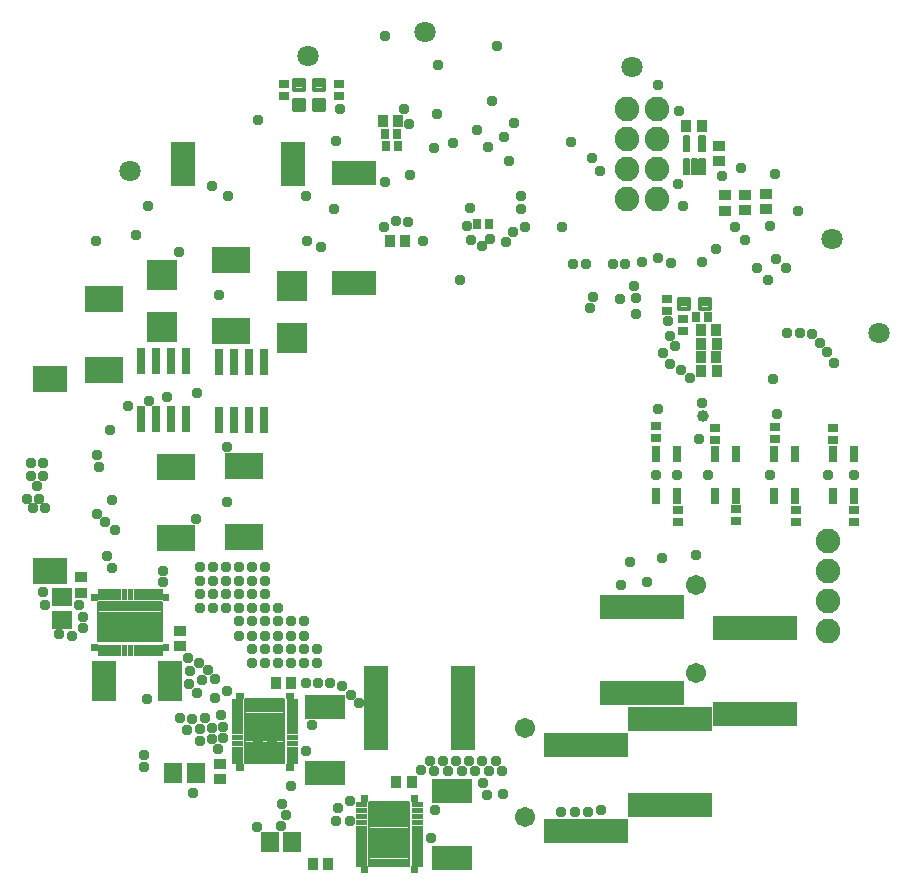
<source format=gbr>
G04 EAGLE Gerber X2 export*
%TF.Part,Single*%
%TF.FileFunction,Soldermask,Top,1*%
%TF.FilePolarity,Negative*%
%TF.GenerationSoftware,Autodesk,EAGLE,8.6.0*%
%TF.CreationDate,2018-04-20T19:50:09Z*%
G75*
%MOMM*%
%FSLAX34Y34*%
%LPD*%
%AMOC8*
5,1,8,0,0,1.08239X$1,22.5*%
G01*
%ADD10C,1.803200*%
%ADD11R,0.762000X2.184400*%
%ADD12R,3.203200X2.203200*%
%ADD13R,0.903200X1.103200*%
%ADD14R,1.103200X0.903200*%
%ADD15R,2.603200X2.603200*%
%ADD16C,0.360959*%
%ADD17R,0.803200X1.403200*%
%ADD18R,0.903200X0.803200*%
%ADD19R,3.403200X2.003200*%
%ADD20R,0.803200X0.903200*%
%ADD21R,1.503200X1.703200*%
%ADD22R,1.703200X1.503200*%
%ADD23R,2.003200X3.403200*%
%ADD24R,3.803200X2.003200*%
%ADD25R,2.003200X3.803200*%
%ADD26C,0.175159*%
%ADD27C,0.067978*%
%ADD28C,0.086728*%
%ADD29C,1.711200*%
%ADD30R,3.003200X2.303200*%
%ADD31C,0.150800*%
%ADD32C,2.082800*%
%ADD33R,2.003200X7.103200*%
%ADD34R,7.103200X2.003200*%
%ADD35C,0.959600*%
%ADD36C,1.009600*%


D10*
X897000Y642000D03*
X857000Y722000D03*
X688000Y867000D03*
X513000Y897000D03*
X263000Y779000D03*
X414000Y877000D03*
D11*
X376738Y617668D03*
X364038Y617668D03*
X351338Y617668D03*
X338638Y617668D03*
X338638Y568392D03*
X351338Y568392D03*
X364038Y568392D03*
X376738Y568392D03*
X310356Y618844D03*
X297656Y618844D03*
X284956Y618844D03*
X272256Y618844D03*
X272256Y569568D03*
X284956Y569568D03*
X297656Y569568D03*
X310356Y569568D03*
D12*
X240678Y670802D03*
X240678Y610802D03*
D13*
X759200Y644700D03*
X746200Y644700D03*
X430900Y192200D03*
X417900Y192200D03*
D14*
X338800Y277400D03*
X338800Y264400D03*
D13*
X490200Y821700D03*
X477200Y821700D03*
D12*
X301964Y528610D03*
X301964Y468610D03*
D13*
X495800Y720200D03*
X482800Y720200D03*
D12*
X348080Y703808D03*
X348080Y643808D03*
D13*
X746800Y817200D03*
X733800Y817200D03*
D14*
X221300Y435300D03*
X221300Y422300D03*
X761700Y787800D03*
X761700Y800800D03*
D13*
X746676Y632902D03*
X759676Y632902D03*
X746422Y621518D03*
X759422Y621518D03*
D12*
X359696Y529452D03*
X359696Y469452D03*
D13*
X746676Y610150D03*
X759676Y610150D03*
D14*
X783966Y745952D03*
X783966Y758952D03*
X766550Y745870D03*
X766550Y758870D03*
X801036Y746766D03*
X801036Y759766D03*
D13*
X386228Y345904D03*
X399228Y345904D03*
D14*
X305116Y390040D03*
X305116Y377040D03*
D13*
X488472Y261936D03*
X501472Y261936D03*
D15*
X290270Y647258D03*
X290270Y691258D03*
X400208Y637718D03*
X400208Y681718D03*
D16*
X736141Y671111D02*
X736141Y662689D01*
X727719Y662689D01*
X727719Y671111D01*
X736141Y671111D01*
X736141Y666298D02*
X727719Y666298D01*
X727719Y669907D02*
X736141Y669907D01*
X753681Y671111D02*
X753681Y662689D01*
X745259Y662689D01*
X745259Y671111D01*
X753681Y671111D01*
X753681Y666298D02*
X745259Y666298D01*
X745259Y669907D02*
X753681Y669907D01*
D17*
X726000Y504000D03*
X726000Y540000D03*
X708000Y540000D03*
X708000Y504000D03*
X776000Y504000D03*
X776000Y540000D03*
X758000Y540000D03*
X758000Y504000D03*
X826000Y504000D03*
X826000Y540000D03*
X808000Y540000D03*
X808000Y504000D03*
X876000Y504000D03*
X876000Y540000D03*
X858000Y540000D03*
X858000Y504000D03*
D18*
X730800Y654200D03*
X730800Y644200D03*
D19*
X427628Y325240D03*
X427628Y269240D03*
X535644Y254016D03*
X535644Y198016D03*
D20*
X479400Y800300D03*
X489400Y800300D03*
D18*
X875650Y492170D03*
X875650Y482170D03*
X858050Y551470D03*
X858050Y561470D03*
D20*
X566700Y734400D03*
X556700Y734400D03*
D18*
X827150Y492170D03*
X827150Y482170D03*
X808850Y552670D03*
X808850Y562670D03*
X775654Y492910D03*
X775654Y482910D03*
X758350Y551870D03*
X758350Y561870D03*
X726546Y492186D03*
X726546Y482186D03*
X708550Y553470D03*
X708550Y563470D03*
D21*
X381008Y211622D03*
X400008Y211622D03*
X299690Y269954D03*
X318690Y269954D03*
D22*
X205418Y399384D03*
X205418Y418384D03*
D20*
X742000Y655500D03*
X752000Y655500D03*
D18*
X717200Y660700D03*
X717200Y670700D03*
D23*
X296688Y347150D03*
X240688Y347150D03*
D24*
X452582Y684612D03*
X452582Y777612D03*
D25*
X400814Y785508D03*
X307814Y785508D03*
D26*
X465432Y191092D02*
X498712Y191092D01*
X465432Y191092D02*
X465432Y245372D01*
X498712Y245372D01*
X498712Y191092D01*
X498712Y192843D02*
X465432Y192843D01*
X465432Y194594D02*
X498712Y194594D01*
X498712Y196345D02*
X465432Y196345D01*
X465432Y198096D02*
X498712Y198096D01*
X498712Y199847D02*
X465432Y199847D01*
X465432Y201598D02*
X498712Y201598D01*
X498712Y203349D02*
X465432Y203349D01*
X465432Y205100D02*
X498712Y205100D01*
X498712Y206851D02*
X465432Y206851D01*
X465432Y208602D02*
X498712Y208602D01*
X498712Y210353D02*
X465432Y210353D01*
X465432Y212104D02*
X498712Y212104D01*
X498712Y213855D02*
X465432Y213855D01*
X465432Y215606D02*
X498712Y215606D01*
X498712Y217357D02*
X465432Y217357D01*
X465432Y219108D02*
X498712Y219108D01*
X498712Y220859D02*
X465432Y220859D01*
X465432Y222610D02*
X498712Y222610D01*
X498712Y224361D02*
X465432Y224361D01*
X465432Y226112D02*
X498712Y226112D01*
X498712Y227863D02*
X465432Y227863D01*
X465432Y229614D02*
X498712Y229614D01*
X498712Y231365D02*
X465432Y231365D01*
X465432Y233116D02*
X498712Y233116D01*
X498712Y234867D02*
X465432Y234867D01*
X465432Y236618D02*
X498712Y236618D01*
X498712Y238369D02*
X465432Y238369D01*
X465432Y240120D02*
X498712Y240120D01*
X498712Y241871D02*
X465432Y241871D01*
X465432Y243622D02*
X498712Y243622D01*
D27*
X462748Y245158D02*
X462748Y241306D01*
X454396Y241306D01*
X454396Y245158D01*
X462748Y245158D01*
X462748Y241985D02*
X454396Y241985D01*
X454396Y242664D02*
X462748Y242664D01*
X462748Y243343D02*
X454396Y243343D01*
X454396Y244022D02*
X462748Y244022D01*
X462748Y244701D02*
X454396Y244701D01*
X509748Y245158D02*
X509748Y241306D01*
X501396Y241306D01*
X501396Y245158D01*
X509748Y245158D01*
X509748Y241985D02*
X501396Y241985D01*
X501396Y242664D02*
X509748Y242664D01*
X509748Y243343D02*
X501396Y243343D01*
X501396Y244022D02*
X509748Y244022D01*
X509748Y244701D02*
X501396Y244701D01*
X462748Y240158D02*
X462748Y236306D01*
X454396Y236306D01*
X454396Y240158D01*
X462748Y240158D01*
X462748Y236985D02*
X454396Y236985D01*
X454396Y237664D02*
X462748Y237664D01*
X462748Y238343D02*
X454396Y238343D01*
X454396Y239022D02*
X462748Y239022D01*
X462748Y239701D02*
X454396Y239701D01*
X462748Y235158D02*
X462748Y231306D01*
X454396Y231306D01*
X454396Y235158D01*
X462748Y235158D01*
X462748Y231985D02*
X454396Y231985D01*
X454396Y232664D02*
X462748Y232664D01*
X462748Y233343D02*
X454396Y233343D01*
X454396Y234022D02*
X462748Y234022D01*
X462748Y234701D02*
X454396Y234701D01*
X462748Y230158D02*
X462748Y226306D01*
X454396Y226306D01*
X454396Y230158D01*
X462748Y230158D01*
X462748Y226985D02*
X454396Y226985D01*
X454396Y227664D02*
X462748Y227664D01*
X462748Y228343D02*
X454396Y228343D01*
X454396Y229022D02*
X462748Y229022D01*
X462748Y229701D02*
X454396Y229701D01*
X462748Y225158D02*
X462748Y221306D01*
X454396Y221306D01*
X454396Y225158D01*
X462748Y225158D01*
X462748Y221985D02*
X454396Y221985D01*
X454396Y222664D02*
X462748Y222664D01*
X462748Y223343D02*
X454396Y223343D01*
X454396Y224022D02*
X462748Y224022D01*
X462748Y224701D02*
X454396Y224701D01*
X462748Y220158D02*
X462748Y216306D01*
X454396Y216306D01*
X454396Y220158D01*
X462748Y220158D01*
X462748Y216985D02*
X454396Y216985D01*
X454396Y217664D02*
X462748Y217664D01*
X462748Y218343D02*
X454396Y218343D01*
X454396Y219022D02*
X462748Y219022D01*
X462748Y219701D02*
X454396Y219701D01*
X462748Y215158D02*
X462748Y211306D01*
X454396Y211306D01*
X454396Y215158D01*
X462748Y215158D01*
X462748Y211985D02*
X454396Y211985D01*
X454396Y212664D02*
X462748Y212664D01*
X462748Y213343D02*
X454396Y213343D01*
X454396Y214022D02*
X462748Y214022D01*
X462748Y214701D02*
X454396Y214701D01*
X462748Y210158D02*
X462748Y206306D01*
X454396Y206306D01*
X454396Y210158D01*
X462748Y210158D01*
X462748Y206985D02*
X454396Y206985D01*
X454396Y207664D02*
X462748Y207664D01*
X462748Y208343D02*
X454396Y208343D01*
X454396Y209022D02*
X462748Y209022D01*
X462748Y209701D02*
X454396Y209701D01*
X462748Y205158D02*
X462748Y201306D01*
X454396Y201306D01*
X454396Y205158D01*
X462748Y205158D01*
X462748Y201985D02*
X454396Y201985D01*
X454396Y202664D02*
X462748Y202664D01*
X462748Y203343D02*
X454396Y203343D01*
X454396Y204022D02*
X462748Y204022D01*
X462748Y204701D02*
X454396Y204701D01*
X462748Y200158D02*
X462748Y196306D01*
X454396Y196306D01*
X454396Y200158D01*
X462748Y200158D01*
X462748Y196985D02*
X454396Y196985D01*
X454396Y197664D02*
X462748Y197664D01*
X462748Y198343D02*
X454396Y198343D01*
X454396Y199022D02*
X462748Y199022D01*
X462748Y199701D02*
X454396Y199701D01*
X462748Y195158D02*
X462748Y191306D01*
X454396Y191306D01*
X454396Y195158D01*
X462748Y195158D01*
X462748Y191985D02*
X454396Y191985D01*
X454396Y192664D02*
X462748Y192664D01*
X462748Y193343D02*
X454396Y193343D01*
X454396Y194022D02*
X462748Y194022D01*
X462748Y194701D02*
X454396Y194701D01*
X509748Y195158D02*
X509748Y191306D01*
X501396Y191306D01*
X501396Y195158D01*
X509748Y195158D01*
X509748Y191985D02*
X501396Y191985D01*
X501396Y192664D02*
X509748Y192664D01*
X509748Y193343D02*
X501396Y193343D01*
X501396Y194022D02*
X509748Y194022D01*
X509748Y194701D02*
X501396Y194701D01*
X509748Y196306D02*
X509748Y200158D01*
X509748Y196306D02*
X501396Y196306D01*
X501396Y200158D01*
X509748Y200158D01*
X509748Y196985D02*
X501396Y196985D01*
X501396Y197664D02*
X509748Y197664D01*
X509748Y198343D02*
X501396Y198343D01*
X501396Y199022D02*
X509748Y199022D01*
X509748Y199701D02*
X501396Y199701D01*
X509748Y201306D02*
X509748Y205158D01*
X509748Y201306D02*
X501396Y201306D01*
X501396Y205158D01*
X509748Y205158D01*
X509748Y201985D02*
X501396Y201985D01*
X501396Y202664D02*
X509748Y202664D01*
X509748Y203343D02*
X501396Y203343D01*
X501396Y204022D02*
X509748Y204022D01*
X509748Y204701D02*
X501396Y204701D01*
X509748Y206306D02*
X509748Y210158D01*
X509748Y206306D02*
X501396Y206306D01*
X501396Y210158D01*
X509748Y210158D01*
X509748Y206985D02*
X501396Y206985D01*
X501396Y207664D02*
X509748Y207664D01*
X509748Y208343D02*
X501396Y208343D01*
X501396Y209022D02*
X509748Y209022D01*
X509748Y209701D02*
X501396Y209701D01*
X509748Y211306D02*
X509748Y215158D01*
X509748Y211306D02*
X501396Y211306D01*
X501396Y215158D01*
X509748Y215158D01*
X509748Y211985D02*
X501396Y211985D01*
X501396Y212664D02*
X509748Y212664D01*
X509748Y213343D02*
X501396Y213343D01*
X501396Y214022D02*
X509748Y214022D01*
X509748Y214701D02*
X501396Y214701D01*
X509748Y216306D02*
X509748Y220158D01*
X509748Y216306D02*
X501396Y216306D01*
X501396Y220158D01*
X509748Y220158D01*
X509748Y216985D02*
X501396Y216985D01*
X501396Y217664D02*
X509748Y217664D01*
X509748Y218343D02*
X501396Y218343D01*
X501396Y219022D02*
X509748Y219022D01*
X509748Y219701D02*
X501396Y219701D01*
X509748Y221306D02*
X509748Y225158D01*
X509748Y221306D02*
X501396Y221306D01*
X501396Y225158D01*
X509748Y225158D01*
X509748Y221985D02*
X501396Y221985D01*
X501396Y222664D02*
X509748Y222664D01*
X509748Y223343D02*
X501396Y223343D01*
X501396Y224022D02*
X509748Y224022D01*
X509748Y224701D02*
X501396Y224701D01*
X509748Y226306D02*
X509748Y230158D01*
X509748Y226306D02*
X501396Y226306D01*
X501396Y230158D01*
X509748Y230158D01*
X509748Y226985D02*
X501396Y226985D01*
X501396Y227664D02*
X509748Y227664D01*
X509748Y228343D02*
X501396Y228343D01*
X501396Y229022D02*
X509748Y229022D01*
X509748Y229701D02*
X501396Y229701D01*
X509748Y231306D02*
X509748Y235158D01*
X509748Y231306D02*
X501396Y231306D01*
X501396Y235158D01*
X509748Y235158D01*
X509748Y231985D02*
X501396Y231985D01*
X501396Y232664D02*
X509748Y232664D01*
X509748Y233343D02*
X501396Y233343D01*
X501396Y234022D02*
X509748Y234022D01*
X509748Y234701D02*
X501396Y234701D01*
X509748Y236306D02*
X509748Y240158D01*
X509748Y236306D02*
X501396Y236306D01*
X501396Y240158D01*
X509748Y240158D01*
X509748Y236985D02*
X501396Y236985D01*
X501396Y237664D02*
X509748Y237664D01*
X509748Y238343D02*
X501396Y238343D01*
X501396Y239022D02*
X509748Y239022D01*
X509748Y239701D02*
X501396Y239701D01*
D28*
X500489Y245904D02*
X505955Y245904D01*
X500489Y245904D02*
X500489Y250820D01*
X505955Y250820D01*
X505955Y245904D01*
X505955Y246770D02*
X500489Y246770D01*
X500489Y247636D02*
X505955Y247636D01*
X505955Y248502D02*
X500489Y248502D01*
X500489Y249368D02*
X505955Y249368D01*
X505955Y250234D02*
X500489Y250234D01*
X463655Y245904D02*
X458189Y245904D01*
X458189Y250820D01*
X463655Y250820D01*
X463655Y245904D01*
X463655Y246770D02*
X458189Y246770D01*
X458189Y247636D02*
X463655Y247636D01*
X463655Y248502D02*
X458189Y248502D01*
X458189Y249368D02*
X463655Y249368D01*
X463655Y250234D02*
X458189Y250234D01*
X458189Y185644D02*
X463655Y185644D01*
X458189Y185644D02*
X458189Y190560D01*
X463655Y190560D01*
X463655Y185644D01*
X463655Y186510D02*
X458189Y186510D01*
X458189Y187376D02*
X463655Y187376D01*
X463655Y188242D02*
X458189Y188242D01*
X458189Y189108D02*
X463655Y189108D01*
X463655Y189974D02*
X458189Y189974D01*
X500489Y185644D02*
X505955Y185644D01*
X500489Y185644D02*
X500489Y190560D01*
X505955Y190560D01*
X505955Y185644D01*
X505955Y186510D02*
X500489Y186510D01*
X500489Y187376D02*
X505955Y187376D01*
X505955Y188242D02*
X500489Y188242D01*
X500489Y189108D02*
X505955Y189108D01*
X505955Y189974D02*
X500489Y189974D01*
D26*
X393270Y277936D02*
X359990Y277936D01*
X359990Y332216D01*
X393270Y332216D01*
X393270Y277936D01*
X393270Y279687D02*
X359990Y279687D01*
X359990Y281438D02*
X393270Y281438D01*
X393270Y283189D02*
X359990Y283189D01*
X359990Y284940D02*
X393270Y284940D01*
X393270Y286691D02*
X359990Y286691D01*
X359990Y288442D02*
X393270Y288442D01*
X393270Y290193D02*
X359990Y290193D01*
X359990Y291944D02*
X393270Y291944D01*
X393270Y293695D02*
X359990Y293695D01*
X359990Y295446D02*
X393270Y295446D01*
X393270Y297197D02*
X359990Y297197D01*
X359990Y298948D02*
X393270Y298948D01*
X393270Y300699D02*
X359990Y300699D01*
X359990Y302450D02*
X393270Y302450D01*
X393270Y304201D02*
X359990Y304201D01*
X359990Y305952D02*
X393270Y305952D01*
X393270Y307703D02*
X359990Y307703D01*
X359990Y309454D02*
X393270Y309454D01*
X393270Y311205D02*
X359990Y311205D01*
X359990Y312956D02*
X393270Y312956D01*
X393270Y314707D02*
X359990Y314707D01*
X359990Y316458D02*
X393270Y316458D01*
X393270Y318209D02*
X359990Y318209D01*
X359990Y319960D02*
X393270Y319960D01*
X393270Y321711D02*
X359990Y321711D01*
X359990Y323462D02*
X393270Y323462D01*
X393270Y325213D02*
X359990Y325213D01*
X359990Y326964D02*
X393270Y326964D01*
X393270Y328715D02*
X359990Y328715D01*
X359990Y330466D02*
X393270Y330466D01*
D27*
X357306Y332002D02*
X357306Y328150D01*
X348954Y328150D01*
X348954Y332002D01*
X357306Y332002D01*
X357306Y328829D02*
X348954Y328829D01*
X348954Y329508D02*
X357306Y329508D01*
X357306Y330187D02*
X348954Y330187D01*
X348954Y330866D02*
X357306Y330866D01*
X357306Y331545D02*
X348954Y331545D01*
X404306Y332002D02*
X404306Y328150D01*
X395954Y328150D01*
X395954Y332002D01*
X404306Y332002D01*
X404306Y328829D02*
X395954Y328829D01*
X395954Y329508D02*
X404306Y329508D01*
X404306Y330187D02*
X395954Y330187D01*
X395954Y330866D02*
X404306Y330866D01*
X404306Y331545D02*
X395954Y331545D01*
X357306Y327002D02*
X357306Y323150D01*
X348954Y323150D01*
X348954Y327002D01*
X357306Y327002D01*
X357306Y323829D02*
X348954Y323829D01*
X348954Y324508D02*
X357306Y324508D01*
X357306Y325187D02*
X348954Y325187D01*
X348954Y325866D02*
X357306Y325866D01*
X357306Y326545D02*
X348954Y326545D01*
X357306Y322002D02*
X357306Y318150D01*
X348954Y318150D01*
X348954Y322002D01*
X357306Y322002D01*
X357306Y318829D02*
X348954Y318829D01*
X348954Y319508D02*
X357306Y319508D01*
X357306Y320187D02*
X348954Y320187D01*
X348954Y320866D02*
X357306Y320866D01*
X357306Y321545D02*
X348954Y321545D01*
X357306Y317002D02*
X357306Y313150D01*
X348954Y313150D01*
X348954Y317002D01*
X357306Y317002D01*
X357306Y313829D02*
X348954Y313829D01*
X348954Y314508D02*
X357306Y314508D01*
X357306Y315187D02*
X348954Y315187D01*
X348954Y315866D02*
X357306Y315866D01*
X357306Y316545D02*
X348954Y316545D01*
X357306Y312002D02*
X357306Y308150D01*
X348954Y308150D01*
X348954Y312002D01*
X357306Y312002D01*
X357306Y308829D02*
X348954Y308829D01*
X348954Y309508D02*
X357306Y309508D01*
X357306Y310187D02*
X348954Y310187D01*
X348954Y310866D02*
X357306Y310866D01*
X357306Y311545D02*
X348954Y311545D01*
X357306Y307002D02*
X357306Y303150D01*
X348954Y303150D01*
X348954Y307002D01*
X357306Y307002D01*
X357306Y303829D02*
X348954Y303829D01*
X348954Y304508D02*
X357306Y304508D01*
X357306Y305187D02*
X348954Y305187D01*
X348954Y305866D02*
X357306Y305866D01*
X357306Y306545D02*
X348954Y306545D01*
X357306Y302002D02*
X357306Y298150D01*
X348954Y298150D01*
X348954Y302002D01*
X357306Y302002D01*
X357306Y298829D02*
X348954Y298829D01*
X348954Y299508D02*
X357306Y299508D01*
X357306Y300187D02*
X348954Y300187D01*
X348954Y300866D02*
X357306Y300866D01*
X357306Y301545D02*
X348954Y301545D01*
X357306Y297002D02*
X357306Y293150D01*
X348954Y293150D01*
X348954Y297002D01*
X357306Y297002D01*
X357306Y293829D02*
X348954Y293829D01*
X348954Y294508D02*
X357306Y294508D01*
X357306Y295187D02*
X348954Y295187D01*
X348954Y295866D02*
X357306Y295866D01*
X357306Y296545D02*
X348954Y296545D01*
X357306Y292002D02*
X357306Y288150D01*
X348954Y288150D01*
X348954Y292002D01*
X357306Y292002D01*
X357306Y288829D02*
X348954Y288829D01*
X348954Y289508D02*
X357306Y289508D01*
X357306Y290187D02*
X348954Y290187D01*
X348954Y290866D02*
X357306Y290866D01*
X357306Y291545D02*
X348954Y291545D01*
X357306Y287002D02*
X357306Y283150D01*
X348954Y283150D01*
X348954Y287002D01*
X357306Y287002D01*
X357306Y283829D02*
X348954Y283829D01*
X348954Y284508D02*
X357306Y284508D01*
X357306Y285187D02*
X348954Y285187D01*
X348954Y285866D02*
X357306Y285866D01*
X357306Y286545D02*
X348954Y286545D01*
X357306Y282002D02*
X357306Y278150D01*
X348954Y278150D01*
X348954Y282002D01*
X357306Y282002D01*
X357306Y278829D02*
X348954Y278829D01*
X348954Y279508D02*
X357306Y279508D01*
X357306Y280187D02*
X348954Y280187D01*
X348954Y280866D02*
X357306Y280866D01*
X357306Y281545D02*
X348954Y281545D01*
X404306Y282002D02*
X404306Y278150D01*
X395954Y278150D01*
X395954Y282002D01*
X404306Y282002D01*
X404306Y278829D02*
X395954Y278829D01*
X395954Y279508D02*
X404306Y279508D01*
X404306Y280187D02*
X395954Y280187D01*
X395954Y280866D02*
X404306Y280866D01*
X404306Y281545D02*
X395954Y281545D01*
X404306Y283150D02*
X404306Y287002D01*
X404306Y283150D02*
X395954Y283150D01*
X395954Y287002D01*
X404306Y287002D01*
X404306Y283829D02*
X395954Y283829D01*
X395954Y284508D02*
X404306Y284508D01*
X404306Y285187D02*
X395954Y285187D01*
X395954Y285866D02*
X404306Y285866D01*
X404306Y286545D02*
X395954Y286545D01*
X404306Y288150D02*
X404306Y292002D01*
X404306Y288150D02*
X395954Y288150D01*
X395954Y292002D01*
X404306Y292002D01*
X404306Y288829D02*
X395954Y288829D01*
X395954Y289508D02*
X404306Y289508D01*
X404306Y290187D02*
X395954Y290187D01*
X395954Y290866D02*
X404306Y290866D01*
X404306Y291545D02*
X395954Y291545D01*
X404306Y293150D02*
X404306Y297002D01*
X404306Y293150D02*
X395954Y293150D01*
X395954Y297002D01*
X404306Y297002D01*
X404306Y293829D02*
X395954Y293829D01*
X395954Y294508D02*
X404306Y294508D01*
X404306Y295187D02*
X395954Y295187D01*
X395954Y295866D02*
X404306Y295866D01*
X404306Y296545D02*
X395954Y296545D01*
X404306Y298150D02*
X404306Y302002D01*
X404306Y298150D02*
X395954Y298150D01*
X395954Y302002D01*
X404306Y302002D01*
X404306Y298829D02*
X395954Y298829D01*
X395954Y299508D02*
X404306Y299508D01*
X404306Y300187D02*
X395954Y300187D01*
X395954Y300866D02*
X404306Y300866D01*
X404306Y301545D02*
X395954Y301545D01*
X404306Y303150D02*
X404306Y307002D01*
X404306Y303150D02*
X395954Y303150D01*
X395954Y307002D01*
X404306Y307002D01*
X404306Y303829D02*
X395954Y303829D01*
X395954Y304508D02*
X404306Y304508D01*
X404306Y305187D02*
X395954Y305187D01*
X395954Y305866D02*
X404306Y305866D01*
X404306Y306545D02*
X395954Y306545D01*
X404306Y308150D02*
X404306Y312002D01*
X404306Y308150D02*
X395954Y308150D01*
X395954Y312002D01*
X404306Y312002D01*
X404306Y308829D02*
X395954Y308829D01*
X395954Y309508D02*
X404306Y309508D01*
X404306Y310187D02*
X395954Y310187D01*
X395954Y310866D02*
X404306Y310866D01*
X404306Y311545D02*
X395954Y311545D01*
X404306Y313150D02*
X404306Y317002D01*
X404306Y313150D02*
X395954Y313150D01*
X395954Y317002D01*
X404306Y317002D01*
X404306Y313829D02*
X395954Y313829D01*
X395954Y314508D02*
X404306Y314508D01*
X404306Y315187D02*
X395954Y315187D01*
X395954Y315866D02*
X404306Y315866D01*
X404306Y316545D02*
X395954Y316545D01*
X404306Y318150D02*
X404306Y322002D01*
X404306Y318150D02*
X395954Y318150D01*
X395954Y322002D01*
X404306Y322002D01*
X404306Y318829D02*
X395954Y318829D01*
X395954Y319508D02*
X404306Y319508D01*
X404306Y320187D02*
X395954Y320187D01*
X395954Y320866D02*
X404306Y320866D01*
X404306Y321545D02*
X395954Y321545D01*
X404306Y323150D02*
X404306Y327002D01*
X404306Y323150D02*
X395954Y323150D01*
X395954Y327002D01*
X404306Y327002D01*
X404306Y323829D02*
X395954Y323829D01*
X395954Y324508D02*
X404306Y324508D01*
X404306Y325187D02*
X395954Y325187D01*
X395954Y325866D02*
X404306Y325866D01*
X404306Y326545D02*
X395954Y326545D01*
D28*
X395047Y332748D02*
X400513Y332748D01*
X395047Y332748D02*
X395047Y337664D01*
X400513Y337664D01*
X400513Y332748D01*
X400513Y333614D02*
X395047Y333614D01*
X395047Y334480D02*
X400513Y334480D01*
X400513Y335346D02*
X395047Y335346D01*
X395047Y336212D02*
X400513Y336212D01*
X400513Y337078D02*
X395047Y337078D01*
X358213Y332748D02*
X352747Y332748D01*
X352747Y337664D01*
X358213Y337664D01*
X358213Y332748D01*
X358213Y333614D02*
X352747Y333614D01*
X352747Y334480D02*
X358213Y334480D01*
X358213Y335346D02*
X352747Y335346D01*
X352747Y336212D02*
X358213Y336212D01*
X358213Y337078D02*
X352747Y337078D01*
X352747Y272488D02*
X358213Y272488D01*
X352747Y272488D02*
X352747Y277404D01*
X358213Y277404D01*
X358213Y272488D01*
X358213Y273354D02*
X352747Y273354D01*
X352747Y274220D02*
X358213Y274220D01*
X358213Y275086D02*
X352747Y275086D01*
X352747Y275952D02*
X358213Y275952D01*
X358213Y276818D02*
X352747Y276818D01*
X395047Y272488D02*
X400513Y272488D01*
X395047Y272488D02*
X395047Y277404D01*
X400513Y277404D01*
X400513Y272488D01*
X400513Y273354D02*
X395047Y273354D01*
X395047Y274220D02*
X400513Y274220D01*
X400513Y275086D02*
X395047Y275086D01*
X395047Y275952D02*
X400513Y275952D01*
X400513Y276818D02*
X395047Y276818D01*
D26*
X235712Y380968D02*
X235712Y414248D01*
X289992Y414248D01*
X289992Y380968D01*
X235712Y380968D01*
X235712Y382719D02*
X289992Y382719D01*
X289992Y384470D02*
X235712Y384470D01*
X235712Y386221D02*
X289992Y386221D01*
X289992Y387972D02*
X235712Y387972D01*
X235712Y389723D02*
X289992Y389723D01*
X289992Y391474D02*
X235712Y391474D01*
X235712Y393225D02*
X289992Y393225D01*
X289992Y394976D02*
X235712Y394976D01*
X235712Y396727D02*
X289992Y396727D01*
X289992Y398478D02*
X235712Y398478D01*
X235712Y400229D02*
X289992Y400229D01*
X289992Y401980D02*
X235712Y401980D01*
X235712Y403731D02*
X289992Y403731D01*
X289992Y405482D02*
X235712Y405482D01*
X235712Y407233D02*
X289992Y407233D01*
X289992Y408984D02*
X235712Y408984D01*
X235712Y410735D02*
X289992Y410735D01*
X289992Y412486D02*
X235712Y412486D01*
X235712Y414237D02*
X289992Y414237D01*
D27*
X289778Y416932D02*
X285926Y416932D01*
X285926Y425284D01*
X289778Y425284D01*
X289778Y416932D01*
X289778Y417611D02*
X285926Y417611D01*
X285926Y418290D02*
X289778Y418290D01*
X289778Y418969D02*
X285926Y418969D01*
X285926Y419648D02*
X289778Y419648D01*
X289778Y420327D02*
X285926Y420327D01*
X285926Y421006D02*
X289778Y421006D01*
X289778Y421685D02*
X285926Y421685D01*
X285926Y422364D02*
X289778Y422364D01*
X289778Y423043D02*
X285926Y423043D01*
X285926Y423722D02*
X289778Y423722D01*
X289778Y424401D02*
X285926Y424401D01*
X285926Y425080D02*
X289778Y425080D01*
X289778Y369932D02*
X285926Y369932D01*
X285926Y378284D01*
X289778Y378284D01*
X289778Y369932D01*
X289778Y370611D02*
X285926Y370611D01*
X285926Y371290D02*
X289778Y371290D01*
X289778Y371969D02*
X285926Y371969D01*
X285926Y372648D02*
X289778Y372648D01*
X289778Y373327D02*
X285926Y373327D01*
X285926Y374006D02*
X289778Y374006D01*
X289778Y374685D02*
X285926Y374685D01*
X285926Y375364D02*
X289778Y375364D01*
X289778Y376043D02*
X285926Y376043D01*
X285926Y376722D02*
X289778Y376722D01*
X289778Y377401D02*
X285926Y377401D01*
X285926Y378080D02*
X289778Y378080D01*
X284778Y416932D02*
X280926Y416932D01*
X280926Y425284D01*
X284778Y425284D01*
X284778Y416932D01*
X284778Y417611D02*
X280926Y417611D01*
X280926Y418290D02*
X284778Y418290D01*
X284778Y418969D02*
X280926Y418969D01*
X280926Y419648D02*
X284778Y419648D01*
X284778Y420327D02*
X280926Y420327D01*
X280926Y421006D02*
X284778Y421006D01*
X284778Y421685D02*
X280926Y421685D01*
X280926Y422364D02*
X284778Y422364D01*
X284778Y423043D02*
X280926Y423043D01*
X280926Y423722D02*
X284778Y423722D01*
X284778Y424401D02*
X280926Y424401D01*
X280926Y425080D02*
X284778Y425080D01*
X279778Y416932D02*
X275926Y416932D01*
X275926Y425284D01*
X279778Y425284D01*
X279778Y416932D01*
X279778Y417611D02*
X275926Y417611D01*
X275926Y418290D02*
X279778Y418290D01*
X279778Y418969D02*
X275926Y418969D01*
X275926Y419648D02*
X279778Y419648D01*
X279778Y420327D02*
X275926Y420327D01*
X275926Y421006D02*
X279778Y421006D01*
X279778Y421685D02*
X275926Y421685D01*
X275926Y422364D02*
X279778Y422364D01*
X279778Y423043D02*
X275926Y423043D01*
X275926Y423722D02*
X279778Y423722D01*
X279778Y424401D02*
X275926Y424401D01*
X275926Y425080D02*
X279778Y425080D01*
X274778Y416932D02*
X270926Y416932D01*
X270926Y425284D01*
X274778Y425284D01*
X274778Y416932D01*
X274778Y417611D02*
X270926Y417611D01*
X270926Y418290D02*
X274778Y418290D01*
X274778Y418969D02*
X270926Y418969D01*
X270926Y419648D02*
X274778Y419648D01*
X274778Y420327D02*
X270926Y420327D01*
X270926Y421006D02*
X274778Y421006D01*
X274778Y421685D02*
X270926Y421685D01*
X270926Y422364D02*
X274778Y422364D01*
X274778Y423043D02*
X270926Y423043D01*
X270926Y423722D02*
X274778Y423722D01*
X274778Y424401D02*
X270926Y424401D01*
X270926Y425080D02*
X274778Y425080D01*
X269778Y416932D02*
X265926Y416932D01*
X265926Y425284D01*
X269778Y425284D01*
X269778Y416932D01*
X269778Y417611D02*
X265926Y417611D01*
X265926Y418290D02*
X269778Y418290D01*
X269778Y418969D02*
X265926Y418969D01*
X265926Y419648D02*
X269778Y419648D01*
X269778Y420327D02*
X265926Y420327D01*
X265926Y421006D02*
X269778Y421006D01*
X269778Y421685D02*
X265926Y421685D01*
X265926Y422364D02*
X269778Y422364D01*
X269778Y423043D02*
X265926Y423043D01*
X265926Y423722D02*
X269778Y423722D01*
X269778Y424401D02*
X265926Y424401D01*
X265926Y425080D02*
X269778Y425080D01*
X264778Y416932D02*
X260926Y416932D01*
X260926Y425284D01*
X264778Y425284D01*
X264778Y416932D01*
X264778Y417611D02*
X260926Y417611D01*
X260926Y418290D02*
X264778Y418290D01*
X264778Y418969D02*
X260926Y418969D01*
X260926Y419648D02*
X264778Y419648D01*
X264778Y420327D02*
X260926Y420327D01*
X260926Y421006D02*
X264778Y421006D01*
X264778Y421685D02*
X260926Y421685D01*
X260926Y422364D02*
X264778Y422364D01*
X264778Y423043D02*
X260926Y423043D01*
X260926Y423722D02*
X264778Y423722D01*
X264778Y424401D02*
X260926Y424401D01*
X260926Y425080D02*
X264778Y425080D01*
X259778Y416932D02*
X255926Y416932D01*
X255926Y425284D01*
X259778Y425284D01*
X259778Y416932D01*
X259778Y417611D02*
X255926Y417611D01*
X255926Y418290D02*
X259778Y418290D01*
X259778Y418969D02*
X255926Y418969D01*
X255926Y419648D02*
X259778Y419648D01*
X259778Y420327D02*
X255926Y420327D01*
X255926Y421006D02*
X259778Y421006D01*
X259778Y421685D02*
X255926Y421685D01*
X255926Y422364D02*
X259778Y422364D01*
X259778Y423043D02*
X255926Y423043D01*
X255926Y423722D02*
X259778Y423722D01*
X259778Y424401D02*
X255926Y424401D01*
X255926Y425080D02*
X259778Y425080D01*
X254778Y416932D02*
X250926Y416932D01*
X250926Y425284D01*
X254778Y425284D01*
X254778Y416932D01*
X254778Y417611D02*
X250926Y417611D01*
X250926Y418290D02*
X254778Y418290D01*
X254778Y418969D02*
X250926Y418969D01*
X250926Y419648D02*
X254778Y419648D01*
X254778Y420327D02*
X250926Y420327D01*
X250926Y421006D02*
X254778Y421006D01*
X254778Y421685D02*
X250926Y421685D01*
X250926Y422364D02*
X254778Y422364D01*
X254778Y423043D02*
X250926Y423043D01*
X250926Y423722D02*
X254778Y423722D01*
X254778Y424401D02*
X250926Y424401D01*
X250926Y425080D02*
X254778Y425080D01*
X249778Y416932D02*
X245926Y416932D01*
X245926Y425284D01*
X249778Y425284D01*
X249778Y416932D01*
X249778Y417611D02*
X245926Y417611D01*
X245926Y418290D02*
X249778Y418290D01*
X249778Y418969D02*
X245926Y418969D01*
X245926Y419648D02*
X249778Y419648D01*
X249778Y420327D02*
X245926Y420327D01*
X245926Y421006D02*
X249778Y421006D01*
X249778Y421685D02*
X245926Y421685D01*
X245926Y422364D02*
X249778Y422364D01*
X249778Y423043D02*
X245926Y423043D01*
X245926Y423722D02*
X249778Y423722D01*
X249778Y424401D02*
X245926Y424401D01*
X245926Y425080D02*
X249778Y425080D01*
X244778Y416932D02*
X240926Y416932D01*
X240926Y425284D01*
X244778Y425284D01*
X244778Y416932D01*
X244778Y417611D02*
X240926Y417611D01*
X240926Y418290D02*
X244778Y418290D01*
X244778Y418969D02*
X240926Y418969D01*
X240926Y419648D02*
X244778Y419648D01*
X244778Y420327D02*
X240926Y420327D01*
X240926Y421006D02*
X244778Y421006D01*
X244778Y421685D02*
X240926Y421685D01*
X240926Y422364D02*
X244778Y422364D01*
X244778Y423043D02*
X240926Y423043D01*
X240926Y423722D02*
X244778Y423722D01*
X244778Y424401D02*
X240926Y424401D01*
X240926Y425080D02*
X244778Y425080D01*
X239778Y416932D02*
X235926Y416932D01*
X235926Y425284D01*
X239778Y425284D01*
X239778Y416932D01*
X239778Y417611D02*
X235926Y417611D01*
X235926Y418290D02*
X239778Y418290D01*
X239778Y418969D02*
X235926Y418969D01*
X235926Y419648D02*
X239778Y419648D01*
X239778Y420327D02*
X235926Y420327D01*
X235926Y421006D02*
X239778Y421006D01*
X239778Y421685D02*
X235926Y421685D01*
X235926Y422364D02*
X239778Y422364D01*
X239778Y423043D02*
X235926Y423043D01*
X235926Y423722D02*
X239778Y423722D01*
X239778Y424401D02*
X235926Y424401D01*
X235926Y425080D02*
X239778Y425080D01*
X239778Y369932D02*
X235926Y369932D01*
X235926Y378284D01*
X239778Y378284D01*
X239778Y369932D01*
X239778Y370611D02*
X235926Y370611D01*
X235926Y371290D02*
X239778Y371290D01*
X239778Y371969D02*
X235926Y371969D01*
X235926Y372648D02*
X239778Y372648D01*
X239778Y373327D02*
X235926Y373327D01*
X235926Y374006D02*
X239778Y374006D01*
X239778Y374685D02*
X235926Y374685D01*
X235926Y375364D02*
X239778Y375364D01*
X239778Y376043D02*
X235926Y376043D01*
X235926Y376722D02*
X239778Y376722D01*
X239778Y377401D02*
X235926Y377401D01*
X235926Y378080D02*
X239778Y378080D01*
X240926Y369932D02*
X244778Y369932D01*
X240926Y369932D02*
X240926Y378284D01*
X244778Y378284D01*
X244778Y369932D01*
X244778Y370611D02*
X240926Y370611D01*
X240926Y371290D02*
X244778Y371290D01*
X244778Y371969D02*
X240926Y371969D01*
X240926Y372648D02*
X244778Y372648D01*
X244778Y373327D02*
X240926Y373327D01*
X240926Y374006D02*
X244778Y374006D01*
X244778Y374685D02*
X240926Y374685D01*
X240926Y375364D02*
X244778Y375364D01*
X244778Y376043D02*
X240926Y376043D01*
X240926Y376722D02*
X244778Y376722D01*
X244778Y377401D02*
X240926Y377401D01*
X240926Y378080D02*
X244778Y378080D01*
X245926Y369932D02*
X249778Y369932D01*
X245926Y369932D02*
X245926Y378284D01*
X249778Y378284D01*
X249778Y369932D01*
X249778Y370611D02*
X245926Y370611D01*
X245926Y371290D02*
X249778Y371290D01*
X249778Y371969D02*
X245926Y371969D01*
X245926Y372648D02*
X249778Y372648D01*
X249778Y373327D02*
X245926Y373327D01*
X245926Y374006D02*
X249778Y374006D01*
X249778Y374685D02*
X245926Y374685D01*
X245926Y375364D02*
X249778Y375364D01*
X249778Y376043D02*
X245926Y376043D01*
X245926Y376722D02*
X249778Y376722D01*
X249778Y377401D02*
X245926Y377401D01*
X245926Y378080D02*
X249778Y378080D01*
X250926Y369932D02*
X254778Y369932D01*
X250926Y369932D02*
X250926Y378284D01*
X254778Y378284D01*
X254778Y369932D01*
X254778Y370611D02*
X250926Y370611D01*
X250926Y371290D02*
X254778Y371290D01*
X254778Y371969D02*
X250926Y371969D01*
X250926Y372648D02*
X254778Y372648D01*
X254778Y373327D02*
X250926Y373327D01*
X250926Y374006D02*
X254778Y374006D01*
X254778Y374685D02*
X250926Y374685D01*
X250926Y375364D02*
X254778Y375364D01*
X254778Y376043D02*
X250926Y376043D01*
X250926Y376722D02*
X254778Y376722D01*
X254778Y377401D02*
X250926Y377401D01*
X250926Y378080D02*
X254778Y378080D01*
X255926Y369932D02*
X259778Y369932D01*
X255926Y369932D02*
X255926Y378284D01*
X259778Y378284D01*
X259778Y369932D01*
X259778Y370611D02*
X255926Y370611D01*
X255926Y371290D02*
X259778Y371290D01*
X259778Y371969D02*
X255926Y371969D01*
X255926Y372648D02*
X259778Y372648D01*
X259778Y373327D02*
X255926Y373327D01*
X255926Y374006D02*
X259778Y374006D01*
X259778Y374685D02*
X255926Y374685D01*
X255926Y375364D02*
X259778Y375364D01*
X259778Y376043D02*
X255926Y376043D01*
X255926Y376722D02*
X259778Y376722D01*
X259778Y377401D02*
X255926Y377401D01*
X255926Y378080D02*
X259778Y378080D01*
X260926Y369932D02*
X264778Y369932D01*
X260926Y369932D02*
X260926Y378284D01*
X264778Y378284D01*
X264778Y369932D01*
X264778Y370611D02*
X260926Y370611D01*
X260926Y371290D02*
X264778Y371290D01*
X264778Y371969D02*
X260926Y371969D01*
X260926Y372648D02*
X264778Y372648D01*
X264778Y373327D02*
X260926Y373327D01*
X260926Y374006D02*
X264778Y374006D01*
X264778Y374685D02*
X260926Y374685D01*
X260926Y375364D02*
X264778Y375364D01*
X264778Y376043D02*
X260926Y376043D01*
X260926Y376722D02*
X264778Y376722D01*
X264778Y377401D02*
X260926Y377401D01*
X260926Y378080D02*
X264778Y378080D01*
X265926Y369932D02*
X269778Y369932D01*
X265926Y369932D02*
X265926Y378284D01*
X269778Y378284D01*
X269778Y369932D01*
X269778Y370611D02*
X265926Y370611D01*
X265926Y371290D02*
X269778Y371290D01*
X269778Y371969D02*
X265926Y371969D01*
X265926Y372648D02*
X269778Y372648D01*
X269778Y373327D02*
X265926Y373327D01*
X265926Y374006D02*
X269778Y374006D01*
X269778Y374685D02*
X265926Y374685D01*
X265926Y375364D02*
X269778Y375364D01*
X269778Y376043D02*
X265926Y376043D01*
X265926Y376722D02*
X269778Y376722D01*
X269778Y377401D02*
X265926Y377401D01*
X265926Y378080D02*
X269778Y378080D01*
X270926Y369932D02*
X274778Y369932D01*
X270926Y369932D02*
X270926Y378284D01*
X274778Y378284D01*
X274778Y369932D01*
X274778Y370611D02*
X270926Y370611D01*
X270926Y371290D02*
X274778Y371290D01*
X274778Y371969D02*
X270926Y371969D01*
X270926Y372648D02*
X274778Y372648D01*
X274778Y373327D02*
X270926Y373327D01*
X270926Y374006D02*
X274778Y374006D01*
X274778Y374685D02*
X270926Y374685D01*
X270926Y375364D02*
X274778Y375364D01*
X274778Y376043D02*
X270926Y376043D01*
X270926Y376722D02*
X274778Y376722D01*
X274778Y377401D02*
X270926Y377401D01*
X270926Y378080D02*
X274778Y378080D01*
X275926Y369932D02*
X279778Y369932D01*
X275926Y369932D02*
X275926Y378284D01*
X279778Y378284D01*
X279778Y369932D01*
X279778Y370611D02*
X275926Y370611D01*
X275926Y371290D02*
X279778Y371290D01*
X279778Y371969D02*
X275926Y371969D01*
X275926Y372648D02*
X279778Y372648D01*
X279778Y373327D02*
X275926Y373327D01*
X275926Y374006D02*
X279778Y374006D01*
X279778Y374685D02*
X275926Y374685D01*
X275926Y375364D02*
X279778Y375364D01*
X279778Y376043D02*
X275926Y376043D01*
X275926Y376722D02*
X279778Y376722D01*
X279778Y377401D02*
X275926Y377401D01*
X275926Y378080D02*
X279778Y378080D01*
X280926Y369932D02*
X284778Y369932D01*
X280926Y369932D02*
X280926Y378284D01*
X284778Y378284D01*
X284778Y369932D01*
X284778Y370611D02*
X280926Y370611D01*
X280926Y371290D02*
X284778Y371290D01*
X284778Y371969D02*
X280926Y371969D01*
X280926Y372648D02*
X284778Y372648D01*
X284778Y373327D02*
X280926Y373327D01*
X280926Y374006D02*
X284778Y374006D01*
X284778Y374685D02*
X280926Y374685D01*
X280926Y375364D02*
X284778Y375364D01*
X284778Y376043D02*
X280926Y376043D01*
X280926Y376722D02*
X284778Y376722D01*
X284778Y377401D02*
X280926Y377401D01*
X280926Y378080D02*
X284778Y378080D01*
D28*
X290524Y379191D02*
X290524Y373725D01*
X290524Y379191D02*
X295440Y379191D01*
X295440Y373725D01*
X290524Y373725D01*
X290524Y374591D02*
X295440Y374591D01*
X295440Y375457D02*
X290524Y375457D01*
X290524Y376323D02*
X295440Y376323D01*
X295440Y377189D02*
X290524Y377189D01*
X290524Y378055D02*
X295440Y378055D01*
X295440Y378921D02*
X290524Y378921D01*
X290524Y416025D02*
X290524Y421491D01*
X295440Y421491D01*
X295440Y416025D01*
X290524Y416025D01*
X290524Y416891D02*
X295440Y416891D01*
X295440Y417757D02*
X290524Y417757D01*
X290524Y418623D02*
X295440Y418623D01*
X295440Y419489D02*
X290524Y419489D01*
X290524Y420355D02*
X295440Y420355D01*
X295440Y421221D02*
X290524Y421221D01*
X230264Y421491D02*
X230264Y416025D01*
X230264Y421491D02*
X235180Y421491D01*
X235180Y416025D01*
X230264Y416025D01*
X230264Y416891D02*
X235180Y416891D01*
X235180Y417757D02*
X230264Y417757D01*
X230264Y418623D02*
X235180Y418623D01*
X235180Y419489D02*
X230264Y419489D01*
X230264Y420355D02*
X235180Y420355D01*
X235180Y421221D02*
X230264Y421221D01*
X230264Y379191D02*
X230264Y373725D01*
X230264Y379191D02*
X235180Y379191D01*
X235180Y373725D01*
X230264Y373725D01*
X230264Y374591D02*
X235180Y374591D01*
X235180Y375457D02*
X230264Y375457D01*
X230264Y376323D02*
X235180Y376323D01*
X235180Y377189D02*
X230264Y377189D01*
X230264Y378055D02*
X235180Y378055D01*
X235180Y378921D02*
X230264Y378921D01*
D29*
X597700Y307600D03*
X597700Y232600D03*
D30*
X195200Y440500D03*
X195200Y603500D03*
D29*
X741700Y429100D03*
X741700Y354100D03*
D31*
X736500Y776958D02*
X731976Y776958D01*
X731976Y789382D01*
X736500Y789382D01*
X736500Y776958D01*
X736500Y778465D02*
X731976Y778465D01*
X731976Y779972D02*
X736500Y779972D01*
X736500Y781479D02*
X731976Y781479D01*
X731976Y782986D02*
X736500Y782986D01*
X736500Y784493D02*
X731976Y784493D01*
X731976Y786000D02*
X736500Y786000D01*
X736500Y787507D02*
X731976Y787507D01*
X731976Y789014D02*
X736500Y789014D01*
X738476Y776958D02*
X743000Y776958D01*
X738476Y776958D02*
X738476Y789382D01*
X743000Y789382D01*
X743000Y776958D01*
X743000Y778465D02*
X738476Y778465D01*
X738476Y779972D02*
X743000Y779972D01*
X743000Y781479D02*
X738476Y781479D01*
X738476Y782986D02*
X743000Y782986D01*
X743000Y784493D02*
X738476Y784493D01*
X738476Y786000D02*
X743000Y786000D01*
X743000Y787507D02*
X738476Y787507D01*
X738476Y789014D02*
X743000Y789014D01*
X744976Y776958D02*
X749500Y776958D01*
X744976Y776958D02*
X744976Y789382D01*
X749500Y789382D01*
X749500Y776958D01*
X749500Y778465D02*
X744976Y778465D01*
X744976Y779972D02*
X749500Y779972D01*
X749500Y781479D02*
X744976Y781479D01*
X744976Y782986D02*
X749500Y782986D01*
X749500Y784493D02*
X744976Y784493D01*
X744976Y786000D02*
X749500Y786000D01*
X749500Y787507D02*
X744976Y787507D01*
X744976Y789014D02*
X749500Y789014D01*
X749500Y808582D02*
X744976Y808582D01*
X749500Y808582D02*
X749500Y796158D01*
X744976Y796158D01*
X744976Y808582D01*
X744976Y797665D02*
X749500Y797665D01*
X749500Y799172D02*
X744976Y799172D01*
X744976Y800679D02*
X749500Y800679D01*
X749500Y802186D02*
X744976Y802186D01*
X744976Y803693D02*
X749500Y803693D01*
X749500Y805200D02*
X744976Y805200D01*
X744976Y806707D02*
X749500Y806707D01*
X749500Y808214D02*
X744976Y808214D01*
X736500Y808582D02*
X731976Y808582D01*
X736500Y808582D02*
X736500Y796158D01*
X731976Y796158D01*
X731976Y808582D01*
X731976Y797665D02*
X736500Y797665D01*
X736500Y799172D02*
X731976Y799172D01*
X731976Y800679D02*
X736500Y800679D01*
X736500Y802186D02*
X731976Y802186D01*
X731976Y803693D02*
X736500Y803693D01*
X736500Y805200D02*
X731976Y805200D01*
X731976Y806707D02*
X736500Y806707D01*
X736500Y808214D02*
X731976Y808214D01*
D32*
X854270Y389920D03*
X854270Y415320D03*
X854270Y440720D03*
X854270Y466120D03*
D18*
X440100Y842932D03*
X440100Y852932D03*
D16*
X427217Y839159D02*
X418795Y839159D01*
X427217Y839159D02*
X427217Y830737D01*
X418795Y830737D01*
X418795Y839159D01*
X418795Y834346D02*
X427217Y834346D01*
X427217Y837955D02*
X418795Y837955D01*
X418795Y856699D02*
X427217Y856699D01*
X427217Y848277D01*
X418795Y848277D01*
X418795Y856699D01*
X418795Y851886D02*
X427217Y851886D01*
X427217Y855495D02*
X418795Y855495D01*
D18*
X393396Y842932D03*
X393396Y852932D03*
D16*
X401499Y839159D02*
X409921Y839159D01*
X409921Y830737D01*
X401499Y830737D01*
X401499Y839159D01*
X401499Y834346D02*
X409921Y834346D01*
X409921Y837955D02*
X401499Y837955D01*
X401499Y856699D02*
X409921Y856699D01*
X409921Y848277D01*
X401499Y848277D01*
X401499Y856699D01*
X401499Y851886D02*
X409921Y851886D01*
X409921Y855495D02*
X401499Y855495D01*
D32*
X708700Y755900D03*
X683300Y755900D03*
X708700Y781300D03*
X683300Y781300D03*
X708700Y806700D03*
X683300Y806700D03*
X708700Y832100D03*
X683300Y832100D03*
D20*
X479000Y811000D03*
X489000Y811000D03*
D33*
X544500Y325000D03*
X471500Y325000D03*
D34*
X696000Y337500D03*
X696000Y410500D03*
X649000Y293500D03*
X649000Y220500D03*
X792000Y319500D03*
X792000Y392500D03*
X720000Y315500D03*
X720000Y242500D03*
D35*
X322000Y444000D03*
X333000Y444000D03*
X344000Y444000D03*
X355000Y444000D03*
X366000Y444000D03*
X377000Y444000D03*
X388000Y409000D03*
X322000Y432000D03*
X333000Y432000D03*
X344000Y432000D03*
X355000Y432000D03*
X366000Y432000D03*
X377000Y432000D03*
X322000Y421000D03*
X333000Y421000D03*
X344000Y421000D03*
X355000Y421000D03*
X366000Y421000D03*
X377000Y421000D03*
X322000Y409000D03*
X333000Y409000D03*
X344000Y409000D03*
X355000Y409000D03*
X366000Y409000D03*
X377000Y409000D03*
X355000Y398000D03*
X366000Y398000D03*
X377000Y398000D03*
X388000Y398000D03*
X399000Y398000D03*
X410000Y398000D03*
X355000Y386000D03*
X366000Y386000D03*
X377000Y386000D03*
X388000Y386000D03*
X399000Y386000D03*
X410000Y386000D03*
X366000Y375000D03*
X377000Y375000D03*
X388000Y375000D03*
X399000Y375000D03*
X410000Y375000D03*
X421000Y375000D03*
X366000Y363000D03*
X377000Y363000D03*
X388000Y363000D03*
X399000Y363000D03*
X410000Y363000D03*
X421000Y363000D03*
X383000Y283000D03*
X383000Y294000D03*
X383000Y305000D03*
X371000Y283000D03*
X371000Y294000D03*
X371000Y305000D03*
X475000Y218000D03*
X475000Y229000D03*
X475000Y240000D03*
X487000Y218000D03*
X487000Y229000D03*
X487000Y240000D03*
X819000Y642000D03*
X830000Y642000D03*
X840000Y641000D03*
X847000Y634000D03*
X853000Y626000D03*
X859000Y617000D03*
X818000Y697000D03*
X319000Y485000D03*
X807000Y603000D03*
X708000Y522000D03*
X726000Y522000D03*
X752000Y522000D03*
X805000Y522000D03*
X854000Y522000D03*
X876000Y522000D03*
X304000Y711000D03*
X346000Y758000D03*
X524000Y869000D03*
X574000Y885000D03*
X661000Y779000D03*
X542000Y687000D03*
X737000Y604000D03*
X235000Y539000D03*
X275000Y285000D03*
X562000Y261000D03*
X189000Y423000D03*
X191000Y412000D03*
X203000Y387000D03*
X214000Y386000D03*
X223000Y392000D03*
X223000Y402000D03*
X220000Y412000D03*
X412000Y346000D03*
X422000Y346000D03*
X432000Y346000D03*
X442000Y343000D03*
X450000Y336000D03*
X457000Y329000D03*
X312000Y367000D03*
X321000Y363000D03*
X329000Y357000D03*
X335000Y349000D03*
X324000Y348000D03*
X314000Y356000D03*
X313000Y345000D03*
X320000Y337000D03*
X509000Y272000D03*
X517000Y280000D03*
X520000Y271000D03*
X528000Y280000D03*
X532000Y271000D03*
X539000Y280000D03*
X544000Y271000D03*
X550000Y280000D03*
X555000Y271000D03*
X561000Y280000D03*
X567000Y271000D03*
X573000Y280000D03*
X316000Y253000D03*
X803000Y687000D03*
X578000Y271000D03*
X579000Y252000D03*
X565000Y251000D03*
X370000Y224000D03*
X437000Y805000D03*
X479000Y770000D03*
X536000Y803200D03*
X556700Y814000D03*
X566100Y799700D03*
X579400Y808400D03*
X522800Y827800D03*
X478500Y894000D03*
X371600Y822400D03*
X440400Y831700D03*
X411700Y758300D03*
X338300Y674300D03*
X234300Y720300D03*
X636500Y804100D03*
X828600Y745700D03*
X809000Y776400D03*
X721100Y701500D03*
X710000Y852000D03*
X399000Y259000D03*
X243000Y453000D03*
X248000Y443000D03*
X561000Y716000D03*
X261000Y580000D03*
X679000Y429000D03*
X686000Y448000D03*
X701000Y431000D03*
X713000Y452000D03*
X742000Y454000D03*
X628000Y237000D03*
X640000Y237000D03*
X651000Y237000D03*
X662000Y238000D03*
X511092Y720120D03*
X246000Y560000D03*
X294000Y588000D03*
X320000Y591000D03*
X500000Y776000D03*
X498000Y736000D03*
X520000Y798400D03*
X731000Y750000D03*
X654000Y790000D03*
X551000Y748000D03*
X499000Y819000D03*
X332000Y767000D03*
X710000Y706000D03*
X811000Y574000D03*
X638000Y701000D03*
X691000Y658000D03*
X718000Y652000D03*
X649000Y701000D03*
X678000Y671000D03*
X690000Y682000D03*
X587000Y728000D03*
X691000Y672000D03*
X581000Y719000D03*
X568000Y722000D03*
X747000Y583000D03*
D36*
X748000Y572000D03*
D35*
X655000Y673000D03*
X745000Y552000D03*
X552000Y721000D03*
X548000Y733000D03*
X652000Y663000D03*
X710000Y578000D03*
X488000Y737000D03*
X478000Y732000D03*
X584000Y788000D03*
X727000Y768000D03*
X495000Y832000D03*
X569000Y839000D03*
X588000Y820000D03*
X672000Y701000D03*
X729000Y611000D03*
X682000Y701000D03*
X720000Y616000D03*
X696000Y702000D03*
X714000Y625000D03*
X629000Y732000D03*
X425000Y715000D03*
X597000Y732000D03*
X413000Y720000D03*
X594000Y747000D03*
X436000Y747000D03*
X594000Y758000D03*
X747000Y702000D03*
X794000Y697000D03*
X759000Y713000D03*
X810000Y705000D03*
X268000Y725000D03*
X278000Y750000D03*
X345000Y499000D03*
X345000Y546000D03*
X724000Y631000D03*
X412000Y288000D03*
X291000Y431000D03*
X291000Y441000D03*
X345000Y339000D03*
X335000Y333000D03*
X417000Y310000D03*
X449000Y246000D03*
X439000Y240000D03*
X521000Y238000D03*
X720000Y640000D03*
X248000Y501000D03*
X305000Y316000D03*
X311000Y306000D03*
X315000Y315000D03*
X322000Y307000D03*
X326000Y316000D03*
X332000Y308000D03*
X340000Y319000D03*
X342000Y309000D03*
X342000Y299000D03*
X337000Y290000D03*
X332000Y298000D03*
X322000Y297000D03*
X235000Y489000D03*
X242000Y482000D03*
X250000Y475000D03*
X176000Y502000D03*
X186000Y502000D03*
X181000Y494000D03*
X191000Y494000D03*
X237000Y529000D03*
X437000Y229000D03*
X449000Y229000D03*
X179000Y532000D03*
X189000Y532000D03*
X189000Y521000D03*
X184000Y513000D03*
X179000Y521000D03*
X392000Y243000D03*
X395000Y234000D03*
X391000Y225000D03*
X775000Y732000D03*
X784000Y721000D03*
X805000Y733000D03*
X518000Y215000D03*
X275000Y275000D03*
X277000Y332000D03*
X780000Y782000D03*
X764000Y775000D03*
X728000Y830000D03*
X279000Y585000D03*
M02*

</source>
